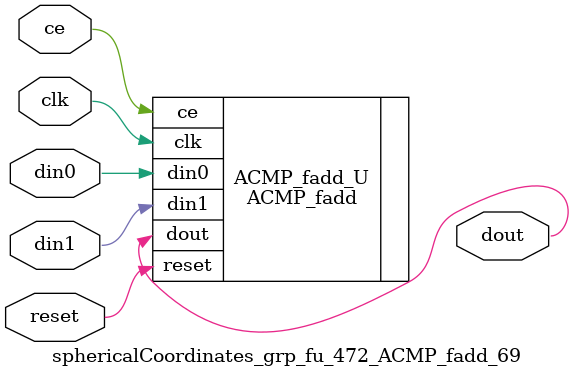
<source format=v>

`timescale 1 ns / 1 ps
module sphericalCoordinates_grp_fu_472_ACMP_fadd_69(
    clk,
    reset,
    ce,
    din0,
    din1,
    dout);

parameter ID = 32'd1;
parameter NUM_STAGE = 32'd1;
parameter din0_WIDTH = 32'd1;
parameter din1_WIDTH = 32'd1;
parameter dout_WIDTH = 32'd1;
input clk;
input reset;
input ce;
input[din0_WIDTH - 1:0] din0;
input[din1_WIDTH - 1:0] din1;
output[dout_WIDTH - 1:0] dout;



ACMP_fadd #(
.ID( ID ),
.NUM_STAGE( 4 ),
.din0_WIDTH( din0_WIDTH ),
.din1_WIDTH( din1_WIDTH ),
.dout_WIDTH( dout_WIDTH ))
ACMP_fadd_U(
    .clk( clk ),
    .reset( reset ),
    .ce( ce ),
    .din0( din0 ),
    .din1( din1 ),
    .dout( dout ));

endmodule

</source>
